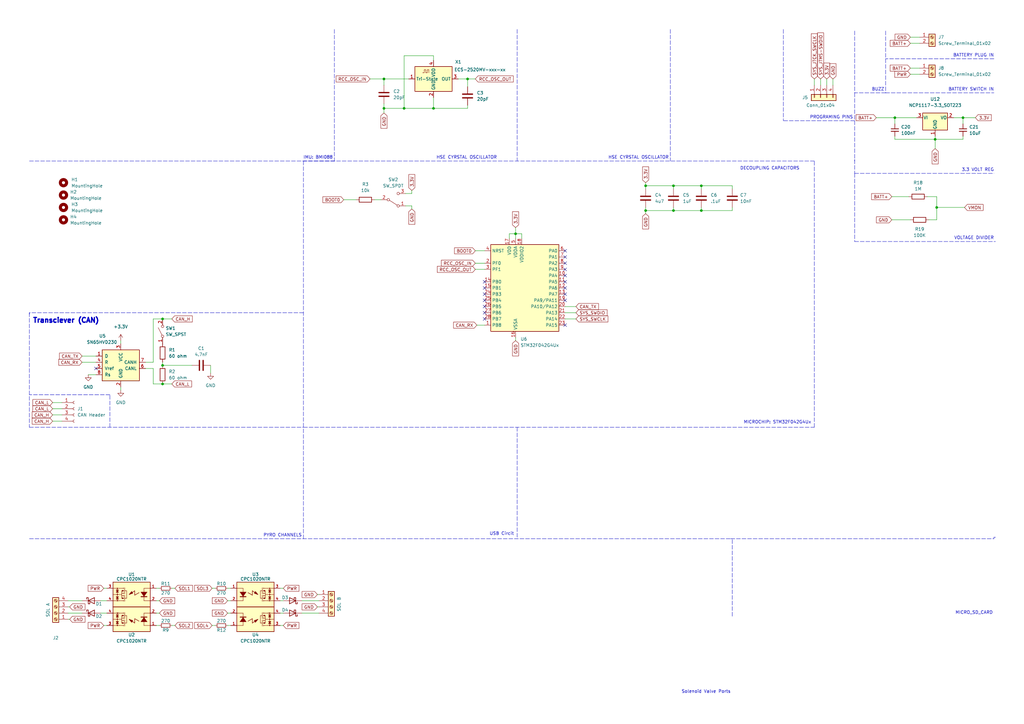
<source format=kicad_sch>
(kicad_sch (version 20211123) (generator eeschema)
  (paper "A3")
  (lib_symbols
    (symbol "CPC1020NTR:CPC1020NTR" (pin_names (offset 1.016))
      (property "Reference" "U" (at -7.62 6.35 0))
      (property "Value" "CPC1020NTR" (at -7.62 -8.128 0))
      (symbol "CPC1020NTR_0_0"
        (rectangle (start -7.62 -5.08) (end 7.62 5.08) (stroke (width 0.254)) (fill (type background)))
        (rectangle (start -6.35 -1.016) (end -3.81 -0.762) (stroke (width 0.1)) (fill (type outline)))
        (polyline (pts (xy -5.08 -2.54) (xy -7.62 -2.54)) (stroke (width 0.1524)))
        (polyline (pts (xy -5.08 2.54) (xy -7.62 2.54)) (stroke (width 0.1524)))
        (polyline (pts (xy -5.08 2.54) (xy -5.08 -2.54)) (stroke (width 0.1524)))
        (polyline (pts (xy -3.048 0.762) (xy -1.27 -0.254)) (stroke (width 0.2032)))
        (polyline (pts (xy -1.27 -0.254) (xy -1.27 1.524)) (stroke (width 0.2032)))
        (polyline (pts (xy -1.27 1.524) (xy 1.016 0)) (stroke (width 0.2032)))
        (polyline (pts (xy 2.032 1.524) (xy 2.032 -1.524)) (stroke (width 0.1524)))
        (polyline (pts (xy 2.794 -2.794) (xy 2.794 -1.524)) (stroke (width 0.1524)))
        (polyline (pts (xy 2.794 -1.524) (xy 2.032 -1.524)) (stroke (width 0.1524)))
        (polyline (pts (xy 2.794 -1.524) (xy 2.794 -0.254)) (stroke (width 0.1524)))
        (polyline (pts (xy 2.794 1.524) (xy 2.032 1.524)) (stroke (width 0.1524)))
        (polyline (pts (xy 2.794 1.524) (xy 2.794 0.254)) (stroke (width 0.1524)))
        (polyline (pts (xy 2.794 2.794) (xy 2.794 1.524)) (stroke (width 0.1524)))
        (polyline (pts (xy 3.302 -2.794) (xy 3.302 -2.286)) (stroke (width 0.1524)))
        (polyline (pts (xy 3.302 -2.54) (xy 5.842 -2.54)) (stroke (width 0.1524)))
        (polyline (pts (xy 3.302 -1.778) (xy 3.302 -1.524)) (stroke (width 0.1524)))
        (polyline (pts (xy 3.302 -1.524) (xy 3.302 -1.27)) (stroke (width 0.1524)))
        (polyline (pts (xy 3.302 -1.524) (xy 4.064 -1.524)) (stroke (width 0.1524)))
        (polyline (pts (xy 3.302 -0.762) (xy 3.302 -0.508)) (stroke (width 0.1524)))
        (polyline (pts (xy 3.302 -0.508) (xy 3.302 -0.254)) (stroke (width 0.1524)))
        (polyline (pts (xy 3.302 -0.508) (xy 4.064 -0.508)) (stroke (width 0.1524)))
        (polyline (pts (xy 3.302 0.508) (xy 3.302 0.254)) (stroke (width 0.1524)))
        (polyline (pts (xy 3.302 0.508) (xy 4.064 0.508)) (stroke (width 0.1524)))
        (polyline (pts (xy 3.302 0.762) (xy 3.302 0.508)) (stroke (width 0.1524)))
        (polyline (pts (xy 3.302 1.524) (xy 3.302 1.27)) (stroke (width 0.1524)))
        (polyline (pts (xy 3.302 1.524) (xy 4.064 1.524)) (stroke (width 0.1524)))
        (polyline (pts (xy 3.302 1.778) (xy 3.302 1.524)) (stroke (width 0.1524)))
        (polyline (pts (xy 3.302 2.54) (xy 5.08 2.54)) (stroke (width 0.1524)))
        (polyline (pts (xy 3.302 2.794) (xy 3.302 2.286)) (stroke (width 0.1524)))
        (polyline (pts (xy 4.064 -0.508) (xy 4.064 -1.524)) (stroke (width 0.1524)))
        (polyline (pts (xy 4.064 0) (xy 4.064 -0.508)) (stroke (width 0.1524)))
        (polyline (pts (xy 4.064 0.508) (xy 4.064 0)) (stroke (width 0.1524)))
        (polyline (pts (xy 4.064 0.508) (xy 4.064 1.524)) (stroke (width 0.1524)))
        (polyline (pts (xy 5.08 2.54) (xy 5.842 2.54)) (stroke (width 0.1524)))
        (polyline (pts (xy 5.842 2.54) (xy 5.842 -2.54)) (stroke (width 0.1524)))
        (polyline (pts (xy 7.62 -2.54) (xy 5.08 -2.54)) (stroke (width 0.1524)))
        (polyline (pts (xy 7.62 0) (xy 4.064 0)) (stroke (width 0.1524)))
        (polyline (pts (xy 7.62 2.54) (xy 5.842 2.54)) (stroke (width 0.1524)))
        (polyline (pts (xy -6.35 1.016) (xy -3.81 1.016) (xy -5.08 -0.762) (xy -6.35 1.016)) (stroke (width 0.1524)) (fill (type outline)))
        (polyline (pts (xy 0 1.27) (xy -0.508 0.508) (xy 1.016 0) (xy 0 1.27)) (stroke (width 0.1524)) (fill (type outline)))
        (polyline (pts (xy 3.302 -1.524) (xy 3.81 -1.27) (xy 3.81 -1.778) (xy 3.302 -1.524)) (stroke (width 0.1524)) (fill (type outline)))
        (polyline (pts (xy 3.302 1.524) (xy 3.81 1.778) (xy 3.81 1.27) (xy 3.302 1.524)) (stroke (width 0.1524)) (fill (type outline)))
        (polyline (pts (xy 5.842 -1.651) (xy 6.35 -0.889) (xy 5.334 -0.889) (xy 5.842 -1.651)) (stroke (width 0.1524)) (fill (type outline)))
        (polyline (pts (xy 5.842 1.651) (xy 5.334 0.889) (xy 6.35 0.889) (xy 5.842 1.651)) (stroke (width 0.1524)) (fill (type outline)))
        (rectangle (start 5.334 -1.905) (end 6.35 -1.651) (stroke (width 0.1)) (fill (type outline)))
        (rectangle (start 5.334 1.651) (end 6.35 1.905) (stroke (width 0.1)) (fill (type outline)))
        (circle (center 5.842 -2.54) (radius 0.127) (stroke (width 0.254)))
        (circle (center 5.842 0) (radius 0.127) (stroke (width 0.254)))
        (circle (center 5.842 2.54) (radius 0.127) (stroke (width 0.254)))
        (pin passive line (at -10.16 2.54 0) (length 2.54) (name "~") (number "1"))
        (pin passive line (at -10.16 -2.54 0) (length 2.54) (name "~") (number "2"))
        (pin passive line (at 10.16 2.54 180) (length 2.54) (name "~") (number "3"))
        (pin passive line (at 10.16 -2.54 180) (length 2.54) (name "~") (number "4"))
      )
    )
    (symbol "Connector:Conn_01x04_Female" (pin_names (offset 1.016) hide)
      (property "Reference" "J" (at 0 5.08 0))
      (property "Value" "Conn_01x04_Female" (at 0 -7.62 0))
      (symbol "Conn_01x04_Female_1_1"
        (arc (start 0 -4.572) (mid -0.508 -5.08) (end 0 -5.588) (stroke (width 0.1524)))
        (arc (start 0 -2.032) (mid -0.508 -2.54) (end 0 -3.048) (stroke (width 0.1524)))
        (polyline (pts (xy -1.27 -5.08) (xy -0.508 -5.08)) (stroke (width 0.1524)))
        (polyline (pts (xy -1.27 -2.54) (xy -0.508 -2.54)) (stroke (width 0.1524)))
        (polyline (pts (xy -1.27 0) (xy -0.508 0)) (stroke (width 0.1524)))
        (polyline (pts (xy -1.27 2.54) (xy -0.508 2.54)) (stroke (width 0.1524)))
        (arc (start 0 0.508) (mid -0.508 0) (end 0 -0.508) (stroke (width 0.1524)))
        (arc (start 0 3.048) (mid -0.508 2.54) (end 0 2.032) (stroke (width 0.1524)))
        (pin passive line (at -5.08 2.54 0) (length 3.81) (name "Pin_1") (number "1"))
        (pin passive line (at -5.08 0 0) (length 3.81) (name "Pin_2") (number "2"))
        (pin passive line (at -5.08 -2.54 0) (length 3.81) (name "Pin_3") (number "3"))
        (pin passive line (at -5.08 -5.08 0) (length 3.81) (name "Pin_4") (number "4"))
      )
    )
    (symbol "Connector:Screw_Terminal_01x02" (pin_names (offset 1.016) hide)
      (property "Reference" "J" (at 0 2.54 0))
      (property "Value" "Screw_Terminal_01x02" (at 0 -5.08 0))
      (symbol "Screw_Terminal_01x02_1_1"
        (rectangle (start -1.27 1.27) (end 1.27 -3.81) (stroke (width 0.254)) (fill (type background)))
        (circle (center 0 -2.54) (radius 0.635) (stroke (width 0.1524)))
        (polyline (pts (xy -0.5334 -2.2098) (xy 0.3302 -3.048)) (stroke (width 0.1524)))
        (polyline (pts (xy -0.5334 0.3302) (xy 0.3302 -0.508)) (stroke (width 0.1524)))
        (polyline (pts (xy -0.3556 -2.032) (xy 0.508 -2.8702)) (stroke (width 0.1524)))
        (polyline (pts (xy -0.3556 0.508) (xy 0.508 -0.3302)) (stroke (width 0.1524)))
        (circle (center 0 0) (radius 0.635) (stroke (width 0.1524)))
        (pin passive line (at -5.08 0 0) (length 3.81) (name "Pin_1") (number "1"))
        (pin passive line (at -5.08 -2.54 0) (length 3.81) (name "Pin_2") (number "2"))
      )
    )
    (symbol "Connector:Screw_Terminal_01x04" (pin_names (offset 1.016) hide)
      (property "Reference" "J" (at 0 5.08 0))
      (property "Value" "Screw_Terminal_01x04" (at 0 -7.62 0))
      (symbol "Screw_Terminal_01x04_1_1"
        (rectangle (start -1.27 3.81) (end 1.27 -6.35) (stroke (width 0.254)) (fill (type background)))
        (circle (center 0 -5.08) (radius 0.635) (stroke (width 0.1524)))
        (circle (center 0 -2.54) (radius 0.635) (stroke (width 0.1524)))
        (polyline (pts (xy -0.5334 -4.7498) (xy 0.3302 -5.588)) (stroke (width 0.1524)))
        (polyline (pts (xy -0.5334 -2.2098) (xy 0.3302 -3.048)) (stroke (width 0.1524)))
        (polyline (pts (xy -0.5334 0.3302) (xy 0.3302 -0.508)) (stroke (width 0.1524)))
        (polyline (pts (xy -0.5334 2.8702) (xy 0.3302 2.032)) (stroke (width 0.1524)))
        (polyline (pts (xy -0.3556 -4.572) (xy 0.508 -5.4102)) (stroke (width 0.1524)))
        (polyline (pts (xy -0.3556 -2.032) (xy 0.508 -2.8702)) (stroke (width 0.1524)))
        (polyline (pts (xy -0.3556 0.508) (xy 0.508 -0.3302)) (stroke (width 0.1524)))
        (polyline (pts (xy -0.3556 3.048) (xy 0.508 2.2098)) (stroke (width 0.1524)))
        (circle (center 0 0) (radius 0.635) (stroke (width 0.1524)))
        (circle (center 0 2.54) (radius 0.635) (stroke (width 0.1524)))
        (pin passive line (at -5.08 2.54 0) (length 3.81) (name "Pin_1") (number "1"))
        (pin passive line (at -5.08 0 0) (length 3.81) (name "Pin_2") (number "2"))
        (pin passive line (at -5.08 -2.54 0) (length 3.81) (name "Pin_3") (number "3"))
        (pin passive line (at -5.08 -5.08 0) (length 3.81) (name "Pin_4") (number "4"))
      )
    )
    (symbol "Connector_Generic:Conn_01x04" (pin_names (offset 1.016) hide)
      (property "Reference" "J" (at 0 5.08 0))
      (property "Value" "Conn_01x04" (at 0 -7.62 0))
      (symbol "Conn_01x04_1_1"
        (rectangle (start -1.27 -4.953) (end 0 -5.207) (stroke (width 0.1524)))
        (rectangle (start -1.27 -2.413) (end 0 -2.667) (stroke (width 0.1524)))
        (rectangle (start -1.27 0.127) (end 0 -0.127) (stroke (width 0.1524)))
        (rectangle (start -1.27 2.667) (end 0 2.413) (stroke (width 0.1524)))
        (rectangle (start -1.27 3.81) (end 1.27 -6.35) (stroke (width 0.254)) (fill (type background)))
        (pin passive line (at -5.08 2.54 0) (length 3.81) (name "Pin_1") (number "1"))
        (pin passive line (at -5.08 0 0) (length 3.81) (name "Pin_2") (number "2"))
        (pin passive line (at -5.08 -2.54 0) (length 3.81) (name "Pin_3") (number "3"))
        (pin passive line (at -5.08 -5.08 0) (length 3.81) (name "Pin_4") (number "4"))
      )
    )
    (symbol "Device:C" (pin_numbers hide) (pin_names (offset 0.254))
      (property "Reference" "C" (at 0.635 2.54 0))
      (property "Value" "C" (at 0.635 -2.54 0))
      (symbol "C_0_1"
        (polyline (pts (xy -2.032 -0.762) (xy 2.032 -0.762)) (stroke (width 0.508)))
        (polyline (pts (xy -2.032 0.762) (xy 2.032 0.762)) (stroke (width 0.508)))
      )
      (symbol "C_1_1"
        (pin passive line (at 0 3.81 270) (length 2.794) (name "~") (number "1"))
        (pin passive line (at 0 -3.81 90) (length 2.794) (name "~") (number "2"))
      )
    )
    (symbol "Device:C_Small" (pin_numbers hide) (pin_names (offset 0.254) hide)
      (property "Reference" "C" (at 0.254 1.778 0))
      (property "Value" "C_Small" (at 0.254 -2.032 0))
      (symbol "C_Small_0_1"
        (polyline (pts (xy -1.524 -0.508) (xy 1.524 -0.508)) (stroke (width 0.3302)))
        (polyline (pts (xy -1.524 0.508) (xy 1.524 0.508)) (stroke (width 0.3048)))
      )
      (symbol "C_Small_1_1"
        (pin passive line (at 0 2.54 270) (length 2.032) (name "~") (number "1"))
        (pin passive line (at 0 -2.54 90) (length 2.032) (name "~") (number "2"))
      )
    )
    (symbol "Device:R" (pin_numbers hide) (pin_names (offset 0))
      (property "Reference" "R" (at 2.032 0 90))
      (property "Value" "R" (at 0 0 90))
      (symbol "R_0_1"
        (rectangle (start -1.016 -2.54) (end 1.016 2.54) (stroke (width 0.254)))
      )
      (symbol "R_1_1"
        (pin passive line (at 0 3.81 270) (length 1.27) (name "~") (number "1"))
        (pin passive line (at 0 -3.81 90) (length 1.27) (name "~") (number "2"))
      )
    )
    (symbol "Device:R_Small" (pin_numbers hide) (pin_names (offset 0.254) hide)
      (property "Reference" "R" (at 0.762 0.508 0))
      (property "Value" "R_Small" (at 0.762 -1.016 0))
      (symbol "R_Small_0_1"
        (rectangle (start -0.762 1.778) (end 0.762 -1.778) (stroke (width 0.2032)))
      )
      (symbol "R_Small_1_1"
        (pin passive line (at 0 2.54 270) (length 0.762) (name "~") (number "1"))
        (pin passive line (at 0 -2.54 90) (length 0.762) (name "~") (number "2"))
      )
    )
    (symbol "Diode:B330" (pin_numbers hide) (pin_names (offset 1.016) hide)
      (property "Reference" "D" (at 0 2.54 0))
      (property "Value" "B330" (at 0 -2.54 0))
      (symbol "B330_0_1"
        (polyline (pts (xy 1.27 0) (xy -1.27 0)))
        (polyline (pts (xy 1.27 1.27) (xy 1.27 -1.27) (xy -1.27 0) (xy 1.27 1.27)) (stroke (width 0.254)))
        (polyline (pts (xy -1.905 0.635) (xy -1.905 1.27) (xy -1.27 1.27) (xy -1.27 -1.27) (xy -0.635 -1.27) (xy -0.635 -0.635)) (stroke (width 0.254)))
      )
      (symbol "B330_1_1"
        (pin passive line (at -3.81 0 0) (length 2.54) (name "K") (number "1"))
        (pin passive line (at 3.81 0 180) (length 2.54) (name "A") (number "2"))
      )
    )
    (symbol "Interface_CAN_LIN:SN65HVD230" (pin_names (offset 1.016))
      (property "Reference" "U" (at -2.54 10.16 0))
      (property "Value" "SN65HVD230" (at -2.54 7.62 0))
      (symbol "SN65HVD230_0_1"
        (rectangle (start -7.62 5.08) (end 7.62 -7.62) (stroke (width 0.254)) (fill (type background)))
      )
      (symbol "SN65HVD230_1_1"
        (pin input line (at -10.16 2.54 0) (length 2.54) (name "D") (number "1"))
        (pin power_in line (at 0 -10.16 90) (length 2.54) (name "GND") (number "2"))
        (pin power_in line (at 0 7.62 270) (length 2.54) (name "VCC") (number "3"))
        (pin output line (at -10.16 0 0) (length 2.54) (name "R") (number "4"))
        (pin output line (at -10.16 -2.54 0) (length 2.54) (name "Vref") (number "5"))
        (pin bidirectional line (at 10.16 -2.54 180) (length 2.54) (name "CANL") (number "6"))
        (pin bidirectional line (at 10.16 0 180) (length 2.54) (name "CANH") (number "7"))
        (pin input line (at -10.16 -5.08 0) (length 2.54) (name "Rs") (number "8"))
      )
    )
    (symbol "MCU_ST_STM32F0:STM32F042G4Ux"
      (property "Reference" "U" (at -15.24 19.05 0))
      (property "Value" "STM32F042G4Ux" (at 0 19.05 0))
      (symbol "STM32F042G4Ux_0_1"
        (rectangle (start -15.24 -17.78) (end 12.7 17.78) (stroke (width 0.254)) (fill (type background)))
      )
      (symbol "STM32F042G4Ux_1_1"
        (pin bidirectional line (at -17.78 -15.24 0) (length 2.54) (name "PB8") (number "1"))
        (pin bidirectional line (at 15.24 5.08 180) (length 2.54) (name "PA4") (number "10"))
        (pin bidirectional line (at 15.24 2.54 180) (length 2.54) (name "PA5") (number "11"))
        (pin bidirectional line (at 15.24 0 180) (length 2.54) (name "PA6") (number "12"))
        (pin bidirectional line (at 15.24 -2.54 180) (length 2.54) (name "PA7") (number "13"))
        (pin bidirectional line (at -17.78 2.54 0) (length 2.54) (name "PB0") (number "14"))
        (pin bidirectional line (at -17.78 0 0) (length 2.54) (name "PB1") (number "15"))
        (pin power_in line (at -5.08 -20.32 90) (length 2.54) (name "VSSA") (number "16"))
        (pin power_in line (at -7.62 20.32 270) (length 2.54) (name "VDD") (number "17"))
        (pin power_in line (at -2.54 20.32 270) (length 2.54) (name "VDDIO2") (number "18"))
        (pin bidirectional line (at 15.24 -5.08 180) (length 2.54) (name "PA9/PA11") (number "19"))
        (pin input line (at -17.78 10.16 0) (length 2.54) (name "PF0") (number "2"))
        (pin bidirectional line (at 15.24 -7.62 180) (length 2.54) (name "PA10/PA12") (number "20"))
        (pin bidirectional line (at 15.24 -10.16 180) (length 2.54) (name "PA13") (number "21"))
        (pin bidirectional line (at 15.24 -12.7 180) (length 2.54) (name "PA14") (number "22"))
        (pin bidirectional line (at 15.24 -15.24 180) (length 2.54) (name "PA15") (number "23"))
        (pin bidirectional line (at -17.78 -2.54 0) (length 2.54) (name "PB3") (number "24"))
        (pin bidirectional line (at -17.78 -5.08 0) (length 2.54) (name "PB4") (number "25"))
        (pin bidirectional line (at -17.78 -7.62 0) (length 2.54) (name "PB5") (number "26"))
        (pin bidirectional line (at -17.78 -10.16 0) (length 2.54) (name "PB6") (number "27"))
        (pin bidirectional line (at -17.78 -12.7 0) (length 2.54) (name "PB7") (number "28"))
        (pin input line (at -17.78 7.62 0) (length 2.54) (name "PF1") (number "3"))
        (pin input line (at -17.78 15.24 0) (length 2.54) (name "NRST") (number "4"))
        (pin power_in line (at -5.08 20.32 270) (length 2.54) (name "VDDA") (number "5"))
        (pin bidirectional line (at 15.24 15.24 180) (length 2.54) (name "PA0") (number "6"))
        (pin bidirectional line (at 15.24 12.7 180) (length 2.54) (name "PA1") (number "7"))
        (pin bidirectional line (at 15.24 10.16 180) (length 2.54) (name "PA2") (number "8"))
        (pin bidirectional line (at 15.24 7.62 180) (length 2.54) (name "PA3") (number "9"))
      )
    )
    (symbol "Mechanical:MountingHole" (pin_names (offset 1.016))
      (property "Reference" "H" (at 0 5.08 0))
      (property "Value" "MountingHole" (at 0 3.175 0))
      (symbol "MountingHole_0_1"
        (circle (center 0 0) (radius 1.27) (stroke (width 1.27)))
      )
    )
    (symbol "Oscillator:ECS-2520MV-xxx-xx"
      (property "Reference" "X" (at -5.08 6.35 0))
      (property "Value" "ECS-2520MV-xxx-xx" (at 1.27 -6.35 0))
      (symbol "ECS-2520MV-xxx-xx_0_1"
        (rectangle (start -7.62 5.08) (end 7.62 -5.08) (stroke (width 0.254)) (fill (type background)))
        (polyline (pts (xy -4.445 2.54) (xy -3.81 2.54) (xy -3.81 3.81) (xy -3.175 3.81) (xy -3.175 2.54) (xy -2.54 2.54) (xy -2.54 3.81) (xy -1.905 3.81) (xy -1.905 2.54)))
      )
      (symbol "ECS-2520MV-xxx-xx_1_1"
        (pin input line (at -10.16 0 0) (length 2.54) (name "Tri-State") (number "1"))
        (pin power_in line (at 0 -7.62 90) (length 2.54) (name "GND") (number "2"))
        (pin output line (at 10.16 0 180) (length 2.54) (name "OUT") (number "3"))
        (pin power_in line (at 0 7.62 270) (length 2.54) (name "VDD") (number "4"))
      )
    )
    (symbol "Regulator_Linear:NCP1117-3.3_SOT223" (pin_names (offset 0.254))
      (property "Reference" "U" (at -3.81 3.175 0))
      (property "Value" "NCP1117-3.3_SOT223" (at 0 3.175 0))
      (symbol "NCP1117-3.3_SOT223_0_1"
        (rectangle (start -5.08 -5.08) (end 5.08 1.905) (stroke (width 0.254)) (fill (type background)))
      )
      (symbol "NCP1117-3.3_SOT223_1_1"
        (pin power_in line (at 0 -7.62 90) (length 2.54) (name "GND") (number "1"))
        (pin power_out line (at 7.62 0 180) (length 2.54) (name "VO") (number "2"))
        (pin power_in line (at -7.62 0 0) (length 2.54) (name "VI") (number "3"))
      )
    )
    (symbol "Switch:SW_SPDT" (pin_names (offset 0) hide)
      (property "Reference" "SW" (at 0 4.318 0))
      (property "Value" "SW_SPDT" (at 0 -5.08 0))
      (symbol "SW_SPDT_0_0"
        (circle (center -2.032 0) (radius 0.508))
        (circle (center 2.032 -2.54) (radius 0.508))
      )
      (symbol "SW_SPDT_0_1"
        (polyline (pts (xy -1.524 0.254) (xy 1.651 2.286)))
        (circle (center 2.032 2.54) (radius 0.508))
      )
      (symbol "SW_SPDT_1_1"
        (pin passive line (at 5.08 2.54 180) (length 2.54) (name "A") (number "1"))
        (pin passive line (at -5.08 0 0) (length 2.54) (name "B") (number "2"))
        (pin passive line (at 5.08 -2.54 180) (length 2.54) (name "C") (number "3"))
      )
    )
    (symbol "Switch:SW_SPST" (pin_names (offset 0) hide)
      (property "Reference" "SW" (at 0 3.175 0))
      (property "Value" "SW_SPST" (at 0 -2.54 0))
      (symbol "SW_SPST_0_0"
        (circle (center -2.032 0) (radius 0.508))
        (polyline (pts (xy -1.524 0.254) (xy 1.524 1.778)))
        (circle (center 2.032 0) (radius 0.508))
      )
      (symbol "SW_SPST_1_1"
        (pin passive line (at -5.08 0 0) (length 2.54) (name "A") (number "1"))
        (pin passive line (at 5.08 0 180) (length 2.54) (name "B") (number "2"))
      )
    )
    (symbol "power:+3.3V" (power) (pin_names (offset 0))
      (property "Value" "+3.3V" (at 0 3.556 0))
      (symbol "+3.3V_0_1"
        (polyline (pts (xy -0.762 1.27) (xy 0 2.54)))
        (polyline (pts (xy 0 0) (xy 0 2.54)))
        (polyline (pts (xy 0 2.54) (xy 0.762 1.27)))
      )
      (symbol "+3.3V_1_1"
        (pin power_in line (at 0 0 90) (length 0) hide (name "+3.3V") (number "1"))
      )
    )
    (symbol "power:GND" (power) (pin_names (offset 0))
      (property "Value" "GND" (at 0 -3.81 0))
      (symbol "GND_0_1"
        (polyline (pts (xy 0 0) (xy 0 -1.27) (xy 1.27 -1.27) (xy 0 -2.54) (xy -1.27 -1.27) (xy 0 -1.27)))
      )
      (symbol "GND_1_1"
        (pin power_in line (at 0 0 270) (length 0) hide (name "GND") (number "1"))
      )
    )
  )
  (junction (at 394.97 48.26))
  (junction (at 191.77 32.385))
  (junction (at 66.675 157.48))
  (junction (at 157.48 32.385))
  (junction (at 276.225 76.2))
  (junction (at 287.655 76.2))
  (junction (at 165.735 44.45))
  (junction (at 66.675 149.86))
  (junction (at 384.175 85.09))
  (junction (at 177.8 44.45))
  (junction (at 276.225 86.36))
  (junction (at 287.655 86.36))
  (junction (at 383.54 57.15))
  (junction (at 264.795 86.36))
  (junction (at 367.03 48.26))
  (junction (at 66.675 130.81))
  (junction (at 157.48 44.45))
  (junction (at 211.455 95.885))
  (junction (at 264.795 76.2))
  (no_connect (at 198.755 115.57))
  (no_connect (at 198.755 118.11))
  (no_connect (at 231.775 120.65))
  (no_connect (at 231.775 118.11))
  (no_connect (at 231.775 113.03))
  (no_connect (at 231.775 110.49))
  (no_connect (at 231.775 123.19))
  (no_connect (at 231.775 133.35))
  (no_connect (at 231.775 115.57))
  (no_connect (at 198.755 125.73))
  (no_connect (at 231.775 102.87))
  (no_connect (at 198.755 123.19))
  (no_connect (at 198.755 120.65))
  (no_connect (at 39.37 151.13))
  (no_connect (at 231.775 105.41))
  (no_connect (at 198.755 128.27))
  (no_connect (at 231.775 107.95))
  (no_connect (at 198.755 130.81))
  (wire (pts (xy 62.865 130.81) (xy 62.865 148.59)))
  (wire (pts (xy 287.655 76.2) (xy 287.655 77.47)))
  (wire (pts (xy 208.915 95.885) (xy 208.915 97.79)))
  (wire (pts (xy 41.275 246.38) (xy 43.815 246.38)))
  (wire (pts (xy 276.225 76.2) (xy 276.225 77.47)))
  (wire (pts (xy 33.655 146.05) (xy 39.37 146.05)))
  (wire (pts (xy 359.41 48.26) (xy 367.03 48.26)))
  (polyline (pts (xy 124.46 175.26) (xy 334.01 175.26)))
  (wire (pts (xy 336.55 32.385) (xy 336.55 34.925)))
  (wire (pts (xy 157.48 44.45) (xy 165.735 44.45)))
  (wire (pts (xy 231.775 125.73) (xy 236.22 125.73)))
  (polyline (pts (xy 212.09 175.26) (xy 212.09 220.98)))
  (wire (pts (xy 88.265 241.3) (xy 86.995 241.3)))
  (polyline (pts (xy 407.67 24.13) (xy 363.22 24.13)))
  (wire (pts (xy 28.575 254) (xy 27.94 254)))
  (wire (pts (xy 384.175 80.645) (xy 384.175 85.09)))
  (wire (pts (xy 194.945 107.95) (xy 198.755 107.95)))
  (wire (pts (xy 70.485 241.3) (xy 71.755 241.3)))
  (wire (pts (xy 231.775 130.81) (xy 236.22 130.81)))
  (wire (pts (xy 367.03 57.15) (xy 383.54 57.15)))
  (polyline (pts (xy 12.065 128.27) (xy 12.065 175.26)))
  (wire (pts (xy 21.59 172.72) (xy 25.4 172.72)))
  (wire (pts (xy 42.545 256.54) (xy 43.815 256.54)))
  (wire (pts (xy 41.275 251.46) (xy 43.815 251.46)))
  (wire (pts (xy 36.195 153.67) (xy 39.37 153.67)))
  (wire (pts (xy 373.38 15.24) (xy 377.19 15.24)))
  (polyline (pts (xy 12.065 220.98) (xy 300.355 220.98)))
  (wire (pts (xy 59.69 148.59) (xy 62.865 148.59)))
  (wire (pts (xy 300.355 85.09) (xy 300.355 86.36)))
  (wire (pts (xy 62.865 151.13) (xy 62.865 157.48)))
  (polyline (pts (xy 12.065 175.26) (xy 124.46 175.26)))
  (wire (pts (xy 373.38 27.94) (xy 377.19 27.94)))
  (polyline (pts (xy 299.72 220.98) (xy 407.67 220.98)))
  (wire (pts (xy 373.38 30.48) (xy 377.19 30.48)))
  (wire (pts (xy 191.77 43.18) (xy 191.77 44.45)))
  (wire (pts (xy 165.735 22.86) (xy 165.735 44.45)))
  (wire (pts (xy 168.91 84.455) (xy 168.91 85.725)))
  (polyline (pts (xy 124.46 66.04) (xy 124.46 175.26)))
  (wire (pts (xy 86.36 153.035) (xy 86.36 149.86)))
  (polyline (pts (xy 350.52 38.1) (xy 350.52 71.12)))
  (wire (pts (xy 94.615 251.46) (xy 93.345 251.46)))
  (wire (pts (xy 114.935 251.46) (xy 116.205 251.46)))
  (wire (pts (xy 365.76 90.17) (xy 373.38 90.17)))
  (polyline (pts (xy 321.31 12.065) (xy 321.31 49.53)))
  (polyline (pts (xy 363.22 38.1) (xy 407.67 38.1)))
  (wire (pts (xy 66.675 130.81) (xy 70.485 130.81)))
  (polyline (pts (xy 350.52 99.06) (xy 408.305 99.06)))
  (wire (pts (xy 213.995 97.79) (xy 213.995 95.885)))
  (wire (pts (xy 151.765 32.385) (xy 157.48 32.385)))
  (wire (pts (xy 123.825 251.46) (xy 130.81 251.46)))
  (wire (pts (xy 49.53 139.7) (xy 49.53 140.97)))
  (wire (pts (xy 287.655 85.09) (xy 287.655 86.36)))
  (wire (pts (xy 195.58 133.35) (xy 198.755 133.35)))
  (wire (pts (xy 211.455 93.345) (xy 211.455 95.885)))
  (polyline (pts (xy 350.52 71.12) (xy 407.67 71.12)))
  (wire (pts (xy 231.775 128.27) (xy 236.22 128.27)))
  (wire (pts (xy 384.175 90.17) (xy 384.175 85.09)))
  (wire (pts (xy 177.8 24.765) (xy 177.8 22.86)))
  (wire (pts (xy 114.935 246.38) (xy 116.205 246.38)))
  (wire (pts (xy 365.76 80.645) (xy 372.745 80.645)))
  (wire (pts (xy 157.48 34.925) (xy 157.48 32.385)))
  (wire (pts (xy 394.97 48.26) (xy 394.97 50.8)))
  (polyline (pts (xy 363.22 38.1) (xy 350.52 38.1)))
  (wire (pts (xy 64.135 246.38) (xy 65.405 246.38)))
  (wire (pts (xy 177.8 44.45) (xy 177.8 40.005)))
  (wire (pts (xy 367.03 48.26) (xy 367.03 50.8)))
  (wire (pts (xy 59.69 151.13) (xy 62.865 151.13)))
  (wire (pts (xy 264.795 86.36) (xy 276.225 86.36)))
  (wire (pts (xy 211.455 139.7) (xy 211.455 138.43)))
  (wire (pts (xy 194.945 102.87) (xy 198.755 102.87)))
  (wire (pts (xy 130.175 248.92) (xy 130.81 248.92)))
  (polyline (pts (xy 12.065 66.04) (xy 137.16 66.04)))
  (wire (pts (xy 94.615 241.3) (xy 93.345 241.3)))
  (wire (pts (xy 394.97 48.26) (xy 400.05 48.26)))
  (wire (pts (xy 42.545 241.3) (xy 43.815 241.3)))
  (wire (pts (xy 66.675 148.59) (xy 66.675 149.86)))
  (wire (pts (xy 70.485 256.54) (xy 71.755 256.54)))
  (wire (pts (xy 334.01 32.385) (xy 334.01 34.925)))
  (wire (pts (xy 339.09 32.385) (xy 339.09 34.925)))
  (wire (pts (xy 62.865 130.81) (xy 66.675 130.81)))
  (polyline (pts (xy 274.955 12.065) (xy 274.955 66.04)))
  (wire (pts (xy 21.59 165.1) (xy 25.4 165.1)))
  (polyline (pts (xy 334.01 66.04) (xy 124.46 66.04)))
  (wire (pts (xy 394.97 55.88) (xy 394.97 57.15)))
  (polyline (pts (xy 350.52 71.12) (xy 350.52 99.06)))
  (wire (pts (xy 264.795 87.63) (xy 264.795 86.36)))
  (wire (pts (xy 194.945 110.49) (xy 198.755 110.49)))
  (wire (pts (xy 367.03 48.26) (xy 375.92 48.26)))
  (polyline (pts (xy 407.67 220.98) (xy 407.67 220.345)))
  (wire (pts (xy 168.91 79.375) (xy 166.37 79.375)))
  (wire (pts (xy 28.575 248.92) (xy 27.94 248.92)))
  (wire (pts (xy 287.655 76.2) (xy 300.355 76.2)))
  (wire (pts (xy 383.54 57.15) (xy 394.97 57.15)))
  (wire (pts (xy 64.135 256.54) (xy 65.405 256.54)))
  (wire (pts (xy 33.655 148.59) (xy 39.37 148.59)))
  (polyline (pts (xy 124.46 220.98) (xy 124.46 175.26)))
  (wire (pts (xy 276.225 76.2) (xy 287.655 76.2)))
  (wire (pts (xy 168.91 78.105) (xy 168.91 79.375)))
  (wire (pts (xy 287.655 86.36) (xy 300.355 86.36)))
  (wire (pts (xy 383.54 57.15) (xy 383.54 60.96)))
  (wire (pts (xy 276.225 86.36) (xy 287.655 86.36)))
  (wire (pts (xy 191.77 44.45) (xy 177.8 44.45)))
  (polyline (pts (xy 12.065 128.27) (xy 12.065 128.905)))
  (polyline (pts (xy 350.52 49.53) (xy 321.31 49.53)))
  (polyline (pts (xy 350.52 66.04) (xy 350.52 65.405)))
  (wire (pts (xy 157.48 32.385) (xy 167.64 32.385)))
  (wire (pts (xy 191.77 32.385) (xy 191.77 35.56)))
  (wire (pts (xy 114.935 241.3) (xy 116.205 241.3)))
  (wire (pts (xy 391.16 48.26) (xy 394.97 48.26)))
  (wire (pts (xy 380.365 80.645) (xy 384.175 80.645)))
  (wire (pts (xy 264.795 74.93) (xy 264.795 76.2)))
  (wire (pts (xy 66.675 157.48) (xy 70.485 157.48)))
  (wire (pts (xy 64.135 241.3) (xy 65.405 241.3)))
  (wire (pts (xy 276.225 85.09) (xy 276.225 86.36)))
  (wire (pts (xy 300.355 76.2) (xy 300.355 77.47)))
  (polyline (pts (xy 407.67 220.345) (xy 408.305 220.345)))
  (wire (pts (xy 78.74 149.86) (xy 66.675 149.86)))
  (wire (pts (xy 211.455 95.885) (xy 208.915 95.885)))
  (wire (pts (xy 194.945 32.385) (xy 191.77 32.385)))
  (polyline (pts (xy 45.085 175.26) (xy 45.085 161.925)))
  (wire (pts (xy 187.96 32.385) (xy 191.77 32.385)))
  (wire (pts (xy 21.59 167.64) (xy 25.4 167.64)))
  (polyline (pts (xy 334.01 175.26) (xy 334.01 66.04)))
  (polyline (pts (xy 350.52 12.7) (xy 350.52 38.1)))
  (wire (pts (xy 213.995 95.885) (xy 211.455 95.885)))
  (wire (pts (xy 21.59 170.18) (xy 25.4 170.18)))
  (wire (pts (xy 373.38 17.78) (xy 377.19 17.78)))
  (wire (pts (xy 211.455 97.79) (xy 211.455 95.885)))
  (wire (pts (xy 27.94 251.46) (xy 33.655 251.46)))
  (wire (pts (xy 130.175 243.84) (xy 130.81 243.84)))
  (wire (pts (xy 49.53 160.02) (xy 49.53 158.75)))
  (wire (pts (xy 177.8 22.86) (xy 165.735 22.86)))
  (wire (pts (xy 27.94 246.38) (xy 33.655 246.38)))
  (wire (pts (xy 153.67 81.915) (xy 156.21 81.915)))
  (wire (pts (xy 264.795 85.09) (xy 264.795 86.36)))
  (wire (pts (xy 165.735 44.45) (xy 177.8 44.45)))
  (wire (pts (xy 157.48 46.355) (xy 157.48 44.45)))
  (wire (pts (xy 94.615 256.54) (xy 93.345 256.54)))
  (polyline (pts (xy 363.22 12.7) (xy 363.22 38.1)))
  (wire (pts (xy 116.205 256.54) (xy 114.935 256.54)))
  (wire (pts (xy 383.54 55.88) (xy 383.54 57.15)))
  (wire (pts (xy 264.795 76.2) (xy 276.225 76.2)))
  (polyline (pts (xy 45.085 161.925) (xy 12.065 161.925)))
  (wire (pts (xy 140.97 81.915) (xy 146.05 81.915)))
  (wire (pts (xy 384.175 85.09) (xy 395.605 85.09)))
  (wire (pts (xy 264.795 77.47) (xy 264.795 76.2)))
  (wire (pts (xy 157.48 42.545) (xy 157.48 44.45)))
  (wire (pts (xy 166.37 84.455) (xy 168.91 84.455)))
  (polyline (pts (xy 212.09 12.065) (xy 212.09 66.04)))
  (polyline (pts (xy 137.16 12.065) (xy 137.16 66.04)))
  (polyline (pts (xy 300.355 252.73) (xy 300.355 220.98)))
  (wire (pts (xy 94.615 246.38) (xy 93.345 246.38)))
  (polyline (pts (xy 124.46 128.27) (xy 12.065 128.27)))
  (wire (pts (xy 88.265 256.54) (xy 86.995 256.54)))
  (wire (pts (xy 64.135 251.46) (xy 65.405 251.46)))
  (wire (pts (xy 123.825 246.38) (xy 130.81 246.38)))
  (wire (pts (xy 367.03 55.88) (xy 367.03 57.15)))
  (wire (pts (xy 341.63 32.385) (xy 341.63 34.925)))
  (wire (pts (xy 62.865 157.48) (xy 66.675 157.48)))
  (wire (pts (xy 381 90.17) (xy 384.175 90.17)))
  (text "DECOUPLING CAPACITORS " (at 303.53 69.85 0) (effects (font (size 1.27 1.27)) (justify left bottom)))
  (text "Transciever (CAN)\n" (at 13.335 132.715 0) (effects (font (size 2 2) (thickness 0.6) bold) (justify left bottom)))
  (text "IMU: BMI088" (at 136.525 65.405 180) (effects (font (size 1.27 1.27)) (justify right bottom)))
  (text "3.3 VOLT REG" (at 407.67 70.485 180) (effects (font (size 1.27 1.27)) (justify right bottom)))
  (text "HSE CYRSTAL OSCILLATOR" (at 203.835 65.405 180) (effects (font (size 1.27 1.27)) (justify right bottom)))
  (text "PROGRAMING PINS" (at 349.885 48.895 180) (effects (font (size 1.27 1.27)) (justify right bottom)))
  (text "HSE CYRSTAL OSCILLATOR" (at 274.32 65.405 180) (effects (font (size 1.27 1.27)) (justify right bottom)))
  (text "MICRO_SD_CARD" (at 391.795 252.095 0) (effects (font (size 1.27 1.27)) (justify left bottom)))
  (text "MICROCHIP: STM32F042G4Ux" (at 332.74 173.99 180) (effects (font (size 1.27 1.27)) (justify right bottom)))
  (text "VOLTAGE DIVIDER" (at 407.67 98.425 180) (effects (font (size 1.27 1.27)) (justify right bottom)))
  (text "BATTERY PLUG IN" (at 407.67 23.495 180) (effects (font (size 1.27 1.27)) (justify right bottom)))
  (text "BUZZ" (at 357.505 37.465 0) (effects (font (size 1.27 1.27)) (justify left bottom)))
  (text "Solenoid Valve Ports" (at 299.72 284.48 180) (effects (font (size 1.27 1.27)) (justify right bottom)))
  (text "USB Circit" (at 210.82 219.71 180) (effects (font (size 1.27 1.27)) (justify right bottom)))
  (text "PYRO CHANNELS" (at 123.825 220.345 180) (effects (font (size 1.27 1.27)) (justify right bottom)))
  (text "BATTERY SWITCH IN" (at 407.67 37.465 180) (effects (font (size 1.27 1.27)) (justify right bottom)))
  (global_label "CAN_RX" (shape input) (at 195.58 133.35 180) (property "Intersheet References" "${INTERSHEET_REFS}" (effects hide)))
  (global_label "GND" (shape input) (at 264.795 87.63 270) (property "Intersheet References" "${INTERSHEET_REFS}" (effects hide)))
  (global_label "SOL3" (shape input) (at 86.995 241.3 180) (property "Intersheet References" "${INTERSHEET_REFS}" (effects hide)))
  (global_label "PWR" (shape input) (at 116.205 241.3 0) (property "Intersheet References" "${INTERSHEET_REFS}" (effects hide)))
  (global_label "CAN_H" (shape input) (at 70.485 130.81 0) (property "Intersheet References" "${INTERSHEET_REFS}" (effects hide)))
  (global_label "PWR" (shape input) (at 116.205 256.54 0) (property "Intersheet References" "${INTERSHEET_REFS}" (effects hide)))
  (global_label "GND" (shape input) (at 28.575 248.92 0) (property "Intersheet References" "${INTERSHEET_REFS}" (effects hide)))
  (global_label "SOL1" (shape input) (at 71.755 241.3 0) (property "Intersheet References" "${INTERSHEET_REFS}" (effects hide)))
  (global_label "BOOT0" (shape input) (at 140.97 81.915 180) (property "Intersheet References" "${INTERSHEET_REFS}" (effects hide)))
  (global_label "GND" (shape input) (at 65.405 246.38 0) (property "Intersheet References" "${INTERSHEET_REFS}" (effects hide)))
  (global_label "GND" (shape input) (at 365.76 90.17 180) (property "Intersheet References" "${INTERSHEET_REFS}" (effects hide)))
  (global_label "PWR" (shape input) (at 42.545 241.3 180) (property "Intersheet References" "${INTERSHEET_REFS}" (effects hide)))
  (global_label "RCC_OSC_IN" (shape input) (at 194.945 107.95 180) (property "Intersheet References" "${INTERSHEET_REFS}" (effects hide)))
  (global_label "CAN_TX" (shape input) (at 236.22 125.73 0) (property "Intersheet References" "${INTERSHEET_REFS}" (effects hide)))
  (global_label "GND" (shape input) (at 157.48 46.355 270) (property "Intersheet References" "${INTERSHEET_REFS}" (effects hide)))
  (global_label "GND" (shape input) (at 93.345 251.46 180) (property "Intersheet References" "${INTERSHEET_REFS}" (effects hide)))
  (global_label "SYS_SWCLK" (shape input) (at 236.22 130.81 0) (property "Intersheet References" "${INTERSHEET_REFS}" (effects hide)))
  (global_label "GND" (shape input) (at 93.345 246.38 180) (property "Intersheet References" "${INTERSHEET_REFS}" (effects hide)))
  (global_label "GND" (shape input) (at 65.405 251.46 0) (property "Intersheet References" "${INTERSHEET_REFS}" (effects hide)))
  (global_label "RCC_OSC_OUT" (shape input) (at 194.945 32.385 0) (property "Intersheet References" "${INTERSHEET_REFS}" (effects hide)))
  (global_label "GND" (shape input) (at 373.38 15.24 180) (property "Intersheet References" "${INTERSHEET_REFS}" (effects hide)))
  (global_label "CAN_H" (shape input) (at 21.59 170.18 180) (property "Intersheet References" "${INTERSHEET_REFS}" (effects hide)))
  (global_label "GND" (shape input) (at 168.91 85.725 270) (property "Intersheet References" "${INTERSHEET_REFS}" (effects hide)))
  (global_label "SYS_JTMS-SWDIO" (shape input) (at 336.55 32.385 90) (property "Intersheet References" "${INTERSHEET_REFS}" (effects hide)))
  (global_label "PWR" (shape input) (at 373.38 30.48 180) (property "Intersheet References" "${INTERSHEET_REFS}" (effects hide)))
  (global_label "CAN_L" (shape input) (at 21.59 165.1 180) (property "Intersheet References" "${INTERSHEET_REFS}" (effects hide)))
  (global_label "GND" (shape input) (at 130.175 243.84 180) (property "Intersheet References" "${INTERSHEET_REFS}" (effects hide)))
  (global_label "GND" (shape input) (at 211.455 139.7 270) (property "Intersheet References" "${INTERSHEET_REFS}" (effects hide)))
  (global_label "RCC_OSC_IN" (shape input) (at 151.765 32.385 180) (property "Intersheet References" "${INTERSHEET_REFS}" (effects hide)))
  (global_label "VMON" (shape input) (at 395.605 85.09 0) (property "Intersheet References" "${INTERSHEET_REFS}" (effects hide)))
  (global_label "BOOT0" (shape input) (at 194.945 102.87 180) (property "Intersheet References" "${INTERSHEET_REFS}" (effects hide)))
  (global_label "GND" (shape input) (at 130.175 248.92 180) (property "Intersheet References" "${INTERSHEET_REFS}" (effects hide)))
  (global_label "SOL4" (shape input) (at 86.995 256.54 180) (property "Intersheet References" "${INTERSHEET_REFS}" (effects hide)))
  (global_label "CAN_RX" (shape input) (at 33.655 148.59 180) (property "Intersheet References" "${INTERSHEET_REFS}" (effects hide)))
  (global_label "3.3V" (shape input) (at 400.05 48.26 0) (property "Intersheet References" "${INTERSHEET_REFS}" (effects hide)))
  (global_label "BATT+" (shape input) (at 365.76 80.645 180) (property "Intersheet References" "${INTERSHEET_REFS}" (effects hide)))
  (global_label "BATT+" (shape input) (at 373.38 27.94 180) (property "Intersheet References" "${INTERSHEET_REFS}" (effects hide)))
  (global_label "RCC_OSC_OUT" (shape input) (at 194.945 110.49 180) (property "Intersheet References" "${INTERSHEET_REFS}" (effects hide)))
  (global_label "CAN_L" (shape input) (at 21.59 167.64 180) (property "Intersheet References" "${INTERSHEET_REFS}" (effects hide)))
  (global_label "3.3V" (shape input) (at 264.795 74.93 90) (property "Intersheet References" "${INTERSHEET_REFS}" (effects hide)))
  (global_label "SOL2" (shape input) (at 71.755 256.54 0) (property "Intersheet References" "${INTERSHEET_REFS}" (effects hide)))
  (global_label "SYS_JTCK_SWCLK" (shape input) (at 334.01 32.385 90) (property "Intersheet References" "${INTERSHEET_REFS}" (effects hide)))
  (global_label "GND" (shape input) (at 28.575 254 0) (property "Intersheet References" "${INTERSHEET_REFS}" (effects hide)))
  (global_label "GND" (shape input) (at 341.63 32.385 90) (property "Intersheet References" "${INTERSHEET_REFS}" (effects hide)))
  (global_label "BATT+" (shape input) (at 373.38 17.78 180) (property "Intersheet References" "${INTERSHEET_REFS}" (effects hide)))
  (global_label "3.3V" (shape input) (at 211.455 93.345 90) (property "Intersheet References" "${INTERSHEET_REFS}" (effects hide)))
  (global_label "CAN_H" (shape input) (at 21.59 172.72 180) (property "Intersheet References" "${INTERSHEET_REFS}" (effects hide)))
  (global_label "CAN_L" (shape input) (at 70.485 157.48 0) (property "Intersheet References" "${INTERSHEET_REFS}" (effects hide)))
  (global_label "3.3V" (shape input) (at 168.91 78.105 90) (property "Intersheet References" "${INTERSHEET_REFS}" (effects hide)))
  (global_label "GND" (shape input) (at 383.54 60.96 270) (property "Intersheet References" "${INTERSHEET_REFS}" (effects hide)))
  (global_label "BATT+" (shape input) (at 359.41 48.26 180) (property "Intersheet References" "${INTERSHEET_REFS}" (effects hide)))
  (global_label "CAN_TX" (shape input) (at 33.655 146.05 180) (property "Intersheet References" "${INTERSHEET_REFS}" (effects hide)))
  (global_label "SYS_SWDIO" (shape input) (at 236.22 128.27 0) (property "Intersheet References" "${INTERSHEET_REFS}" (effects hide)))
  (global_label "PWR" (shape input) (at 42.545 256.54 180) (property "Intersheet References" "${INTERSHEET_REFS}" (effects hide)))
  (global_label "3.3V" (shape input) (at 339.09 32.385 90) (property "Intersheet References" "${INTERSHEET_REFS}" (effects hide)))
  (symbol (lib_id "Diode:B330") (at 120.015 246.38 180) (unit 1)
    (property "Reference" "D3" (at 115.57 245.11 0) (effects (justify right)))
    (property "Value" "B330" (effects hide))
    (property "Footprint" "Diode_SMD:D_SMA" (effects hide))
    (property "Datasheet" "http://www.jameco.com/Jameco/Products/ProdDS/1538777.pdf" (effects hide))
  )
  (symbol (lib_id "Connector:Screw_Terminal_01x04") (at 22.86 251.46 180) (unit 1)
    (property "Reference" "J2" (at 22.86 261.62 0))
    (property "Value" "SOL A" (at 19.685 250.19 90))
    (property "Footprint" "TerminalBlock_Phoenix:TerminalBlock_Phoenix_MPT-0,5-4-2.54_1x04_P2.54mm_Horizontal" (effects hide))
  )
  (symbol (lib_id "CPC1020NTR:CPC1020NTR") (at 53.975 243.84 0) (mirror y) (unit 1)
    (property "Reference" "U1" (at 53.975 235.585 0))
    (property "Value" "CPC1020NTR" (at 53.975 237.49 0))
    (property "Footprint" "4-SOP" (effects hide))
  )
  (symbol (lib_id "Device:R") (at 377.19 90.17 270) (unit 1)
    (property "Reference" "R19" (at 377.19 93.98 90))
    (property "Value" "100K" (at 377.19 96.52 90))
    (property "Footprint" "Resistor_SMD:R_0603_1608Metric" (effects hide))
  )
  (symbol (lib_id "Device:R") (at 66.675 144.78 0) (unit 1)
    (property "Reference" "R1" (at 69.215 143.5099 0) (effects (justify left)))
    (property "Value" "60 ohm" (at 69.215 146.0499 0) (effects (justify left)))
    (property "Footprint" "Resistor_SMD:R_0805_2012Metric" (effects hide))
  )
  (symbol (lib_id "Device:R_Small") (at 90.805 241.3 270) (mirror x) (unit 1)
    (property "Reference" "R10" (at 90.805 239.395 90))
    (property "Value" "270" (at 90.805 243.205 90))
    (property "Footprint" "Resistor_SMD:R_0603_1608Metric" (effects hide))
  )
  (symbol (lib_id "Device:C") (at 276.225 81.28 0) (unit 1)
    (property "Reference" "C5" (at 280.035 80.0099 0) (effects (justify left)))
    (property "Value" "1uF" (at 280.035 82.5499 0) (effects (justify left)))
    (property "Footprint" "Capacitor_SMD:C_0402_1005Metric" (effects hide))
  )
  (symbol (lib_id "Connector_Generic:Conn_01x04") (at 336.55 40.005 90) (mirror x) (unit 1)
    (property "Reference" "J5" (at 330.2 40.005 90))
    (property "Value" "Conn_01x04" (at 336.55 43.18 90))
    (property "Footprint" "Connector_PinHeader_2.54mm:PinHeader_1x04_P2.54mm_Vertical" (effects hide))
  )
  (symbol (lib_id "power:+3.3V") (at 49.53 139.7 0) (unit 1)
    (property "Reference" "#PWR0102" (effects hide))
    (property "Value" "+3.3V" (at 49.53 133.985 0))
  )
  (symbol (lib_id "Connector:Screw_Terminal_01x02") (at 382.27 27.94 0) (unit 1)
    (property "Reference" "J8" (at 384.81 27.9399 0) (effects (justify left)))
    (property "Value" "Screw_Terminal_01x02" (at 384.81 30.4799 0) (effects (justify left)))
    (property "Footprint" "TerminalBlock_Phoenix:TerminalBlock_Phoenix_MPT-0,5-2-2.54_1x02_P2.54mm_Horizontal" (effects hide))
  )
  (symbol (lib_id "Device:C_Small") (at 367.03 53.34 0) (unit 1)
    (property "Reference" "C20" (at 369.57 52.0762 0) (effects (justify left)))
    (property "Value" "100nF" (at 369.57 54.6162 0) (effects (justify left)))
    (property "Footprint" "Capacitor_SMD:C_0603_1608Metric" (effects hide))
  )
  (symbol (lib_id "Device:C") (at 287.655 81.28 0) (unit 1)
    (property "Reference" "C6" (at 291.465 80.0099 0) (effects (justify left)))
    (property "Value" ".1uF" (at 291.465 82.5499 0) (effects (justify left)))
    (property "Footprint" "Capacitor_SMD:C_0402_1005Metric" (effects hide))
  )
  (symbol (lib_id "CPC1020NTR:CPC1020NTR") (at 104.775 254 0) (mirror x) (unit 1)
    (property "Reference" "U4" (at 104.775 260.35 0))
    (property "Value" "CPC1020NTR" (at 104.775 262.89 0))
    (property "Footprint" "4-SOP" (effects hide))
  )
  (symbol (lib_id "Mechanical:MountingHole") (at 26.035 80.01 0) (unit 1)
    (property "Reference" "H2" (at 28.7473 78.7399 0) (effects (justify left)))
    (property "Value" "MountingHole" (at 28.7473 81.2799 0) (effects (justify left)))
    (property "Footprint" "MountingHole:MountingHole_3mm" (effects hide))
  )
  (symbol (lib_id "Regulator_Linear:NCP1117-3.3_SOT223") (at 383.54 48.26 0) (unit 1)
    (property "Reference" "U12" (at 383.54 40.64 0))
    (property "Value" "NCP1117-3.3_SOT223" (at 383.54 43.18 0))
    (property "Footprint" "Package_TO_SOT_SMD:SOT-223-3_TabPin2" (effects hide))
    (property "Datasheet" "http://www.onsemi.com/pub_link/Collateral/NCP1117-D.PDF" (effects hide))
  )
  (symbol (lib_id "Device:R_Small") (at 67.945 256.54 90) (mirror x) (unit 1)
    (property "Reference" "R9" (at 67.945 258.445 90))
    (property "Value" "270" (at 67.945 254.635 90))
    (property "Footprint" "Resistor_SMD:R_0603_1608Metric" (effects hide))
  )
  (symbol (lib_id "Diode:B330") (at 37.465 251.46 0) (unit 1)
    (property "Reference" "D2" (at 41.91 252.73 0) (effects (justify right)))
    (property "Value" "B330" (effects hide))
    (property "Footprint" "Diode_SMD:D_SMA" (effects hide))
    (property "Datasheet" "http://www.jameco.com/Jameco/Products/ProdDS/1538777.pdf" (effects hide))
  )
  (symbol (lib_id "Device:C") (at 82.55 149.86 90) (unit 1)
    (property "Reference" "C1" (at 82.55 142.875 90))
    (property "Value" "4.7nF" (at 82.55 145.415 90))
    (property "Footprint" "Capacitor_SMD:C_0402_1005Metric" (effects hide))
  )
  (symbol (lib_id "Interface_CAN_LIN:SN65HVD230") (at 49.53 148.59 0) (unit 1)
    (property "Reference" "U5" (at 40.64 137.795 0) (effects (justify left)))
    (property "Value" "SN65HVD230" (at 35.56 140.335 0) (effects (justify left)))
    (property "Footprint" "Package_SO:SOIC-8_3.9x4.9mm_P1.27mm" (effects hide))
    (property "Datasheet" "http://www.ti.com/lit/ds/symlink/sn65hvd230.pdf" (effects hide))
  )
  (symbol (lib_id "Device:C") (at 191.77 39.37 0) (unit 1)
    (property "Reference" "C3" (at 195.58 38.0999 0) (effects (justify left)))
    (property "Value" "20pF" (at 195.58 40.6399 0) (effects (justify left)))
    (property "Footprint" "Capacitor_SMD:C_0402_1005Metric" (effects hide))
  )
  (symbol (lib_id "Device:R") (at 376.555 80.645 90) (unit 1)
    (property "Reference" "R18" (at 376.555 74.93 90))
    (property "Value" "1M" (at 376.555 77.47 90))
    (property "Footprint" "Resistor_SMD:R_0603_1608Metric" (effects hide))
  )
  (symbol (lib_id "Device:C") (at 264.795 81.28 0) (unit 1)
    (property "Reference" "C4" (at 268.605 80.0099 0) (effects (justify left)))
    (property "Value" "4u7" (at 268.605 82.5499 0) (effects (justify left)))
    (property "Footprint" "Capacitor_SMD:C_0402_1005Metric" (effects hide))
  )
  (symbol (lib_id "Mechanical:MountingHole") (at 26.035 90.17 0) (unit 1)
    (property "Reference" "H4" (at 28.7473 88.8999 0) (effects (justify left)))
    (property "Value" "MountingHole" (at 28.7473 91.4399 0) (effects (justify left)))
    (property "Footprint" "MountingHole:MountingHole_3mm" (effects hide))
  )
  (symbol (lib_id "Diode:B330") (at 37.465 246.38 0) (unit 1)
    (property "Reference" "D1" (at 41.91 247.65 0) (effects (justify right)))
    (property "Value" "B330" (effects hide))
    (property "Footprint" "Diode_SMD:D_SMA" (effects hide))
    (property "Datasheet" "http://www.jameco.com/Jameco/Products/ProdDS/1538777.pdf" (effects hide))
  )
  (symbol (lib_id "Switch:SW_SPDT") (at 161.29 81.915 0) (mirror x) (unit 1)
    (property "Reference" "SW2" (at 161.29 73.66 0))
    (property "Value" "SW_SPDT" (at 161.29 76.2 0))
    (property "Footprint" "Jumper:SolderJumper-3_P1.3mm_Open_RoundedPad1.0x1.5mm_NumberLabels" (effects hide))
  )
  (symbol (lib_id "MCU_ST_STM32F0:STM32F042G4Ux") (at 216.535 118.11 0) (unit 1)
    (property "Reference" "U6" (at 213.4744 139.065 0) (effects (justify left)))
    (property "Value" "STM32F042G4Ux" (at 213.4744 141.605 0) (effects (justify left)))
    (property "Footprint" "Package_DFN_QFN:QFN-28_4x4mm_P0.5mm" (effects hide))
    (property "Datasheet" "http://www.st.com/st-web-ui/static/active/en/resource/technical/document/datasheet/DM00105814.pdf" (effects hide))
  )
  (symbol (lib_id "CPC1020NTR:CPC1020NTR") (at 53.975 254 180) (unit 1)
    (property "Reference" "U2" (at 53.975 260.35 0))
    (property "Value" "CPC1020NTR" (at 53.975 262.89 0))
    (property "Footprint" "4-SOP" (effects hide))
  )
  (symbol (lib_id "Device:C_Small") (at 394.97 53.34 0) (unit 1)
    (property "Reference" "C21" (at 397.51 52.0762 0) (effects (justify left)))
    (property "Value" "10uF" (at 397.51 54.6162 0) (effects (justify left)))
    (property "Footprint" "Capacitor_SMD:C_0603_1608Metric" (effects hide))
  )
  (symbol (lib_id "Mechanical:MountingHole") (at 26.035 74.93 0) (unit 1)
    (property "Reference" "H1" (at 29.21 73.6599 0) (effects (justify left)))
    (property "Value" "MountingHole" (at 29.21 76.1999 0) (effects (justify left)))
    (property "Footprint" "MountingHole:MountingHole_3mm" (effects hide))
  )
  (symbol (lib_id "power:GND") (at 49.53 160.02 0) (unit 1)
    (property "Reference" "#PWR0104" (effects hide))
    (property "Value" "GND" (at 49.53 165.1 0))
  )
  (symbol (lib_id "power:GND") (at 86.36 153.035 0) (unit 1)
    (property "Reference" "#PWR0101" (effects hide))
    (property "Value" "GND" (at 86.36 158.115 0))
  )
  (symbol (lib_id "Mechanical:MountingHole") (at 26.035 85.09 0) (unit 1)
    (property "Reference" "H3" (at 29.21 83.8199 0) (effects (justify left)))
    (property "Value" "MountingHole" (at 29.21 86.3599 0) (effects (justify left)))
    (property "Footprint" "MountingHole:MountingHole_3mm" (effects hide))
  )
  (symbol (lib_id "Device:R") (at 66.675 153.67 0) (unit 1)
    (property "Reference" "R2" (at 69.215 152.3999 0) (effects (justify left)))
    (property "Value" "60 ohm" (at 69.215 154.9399 0) (effects (justify left)))
    (property "Footprint" "Resistor_SMD:R_0805_2012Metric" (effects hide))
  )
  (symbol (lib_id "Connector:Conn_01x04_Female") (at 30.48 167.64 0) (unit 1)
    (property "Reference" "J1" (at 31.75 167.6399 0) (effects (justify left)))
    (property "Value" "CAN Header" (at 31.75 170.1799 0) (effects (justify left)))
    (property "Footprint" "Connector_PinHeader_1.00mm:PinHeader_1x04_P1.00mm_Vertical" (effects hide))
  )
  (symbol (lib_id "Connector:Screw_Terminal_01x02") (at 382.27 15.24 0) (unit 1)
    (property "Reference" "J7" (at 384.81 15.2399 0) (effects (justify left)))
    (property "Value" "Screw_Terminal_01x02" (at 384.81 17.7799 0) (effects (justify left)))
    (property "Footprint" "TerminalBlock_Phoenix:TerminalBlock_Phoenix_MPT-0,5-2-2.54_1x02_P2.54mm_Horizontal" (effects hide))
  )
  (symbol (lib_id "Connector:Screw_Terminal_01x04") (at 135.89 246.38 0) (unit 1)
    (property "Reference" "J3" (effects hide))
    (property "Value" "SOL B" (at 139.065 250.825 90) (effects (justify left)))
    (property "Footprint" "TerminalBlock_Phoenix:TerminalBlock_Phoenix_MPT-0,5-4-2.54_1x04_P2.54mm_Horizontal" (effects hide))
  )
  (symbol (lib_id "Switch:SW_SPST") (at 66.675 135.89 90) (unit 1)
    (property "Reference" "SW1" (at 67.945 134.6199 90) (effects (justify right)))
    (property "Value" "SW_SPST" (at 67.945 137.1599 90) (effects (justify right)))
    (property "Footprint" "Jumper:SolderJumper-2_P1.3mm_Open_RoundedPad1.0x1.5mm" (effects hide))
  )
  (symbol (lib_id "Diode:B330") (at 120.015 251.46 180) (unit 1)
    (property "Reference" "D4" (at 115.57 250.19 0) (effects (justify right)))
    (property "Value" "B330" (effects hide))
    (property "Footprint" "Diode_SMD:D_SMA" (effects hide))
    (property "Datasheet" "http://www.jameco.com/Jameco/Products/ProdDS/1538777.pdf" (effects hide))
  )
  (symbol (lib_id "CPC1020NTR:CPC1020NTR") (at 104.775 243.84 0) (unit 1)
    (property "Reference" "U3" (at 104.775 235.585 0))
    (property "Value" "CPC1020NTR" (at 104.775 237.49 0))
    (property "Footprint" "4-SOP" (effects hide))
  )
  (symbol (lib_id "Device:R_Small") (at 67.945 241.3 90) (unit 1)
    (property "Reference" "R11" (at 67.945 239.395 90))
    (property "Value" "270" (at 67.945 243.205 90))
    (property "Footprint" "Resistor_SMD:R_0603_1608Metric" (effects hide))
  )
  (symbol (lib_id "Device:R") (at 149.86 81.915 90) (unit 1)
    (property "Reference" "R3" (at 149.86 75.565 90))
    (property "Value" "10k" (at 149.86 78.105 90))
    (property "Footprint" "Resistor_SMD:R_0402_1005Metric" (effects hide))
  )
  (symbol (lib_id "Device:C") (at 300.355 81.28 0) (unit 1)
    (property "Reference" "C7" (at 303.53 80.0099 0) (effects (justify left)))
    (property "Value" "10nF" (at 303.53 82.5499 0) (effects (justify left)))
    (property "Footprint" "Capacitor_SMD:C_0402_1005Metric" (effects hide))
  )
  (symbol (lib_id "Device:R_Small") (at 90.805 256.54 270) (unit 1)
    (property "Reference" "R12" (at 90.805 258.445 90))
    (property "Value" "270" (at 90.805 254.635 90))
    (property "Footprint" "Resistor_SMD:R_0603_1608Metric" (effects hide))
  )
  (symbol (lib_id "power:GND") (at 36.195 153.67 0) (unit 1)
    (property "Reference" "#PWR0103" (effects hide))
    (property "Value" "GND" (at 36.195 158.75 0))
  )
  (symbol (lib_id "Device:C") (at 157.48 38.735 0) (unit 1)
    (property "Reference" "C2" (at 161.29 37.4649 0) (effects (justify left)))
    (property "Value" "20pF" (at 161.29 40.0049 0) (effects (justify left)))
    (property "Footprint" "Capacitor_SMD:C_0402_1005Metric" (effects hide))
  )
  (symbol (lib_id "Oscillator:ECS-2520MV-xxx-xx") (at 177.8 32.385 0) (unit 1)
    (property "Reference" "X1" (at 187.96 25.4 0))
    (property "Value" "ECS-2520MV-xxx-xx" (at 196.85 28.575 0))
    (property "Footprint" "Oscillator:Oscillator_SMD_ECS_2520MV-xxx-xx-4Pin_2.5x2.0mm" (effects hide))
    (property "Datasheet" "https://www.ecsxtal.com/store/pdf/ECS-2520MV.pdf" (effects hide))
  )
)
</source>
